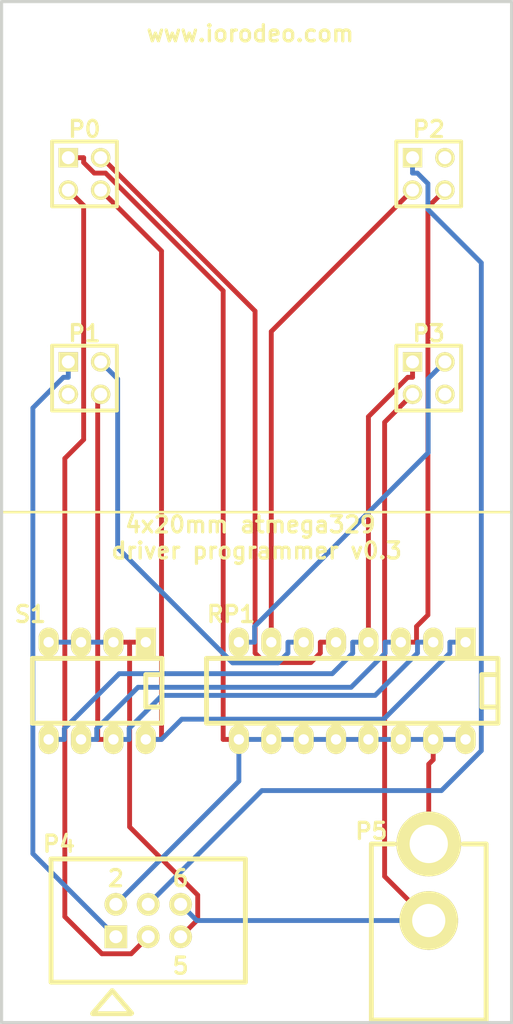
<source format=kicad_pcb>
(kicad_pcb (version 3) (host pcbnew "(2013-jul-07)-stable")

  (general
    (links 31)
    (no_connects 31)
    (area 49.874999 49.874999 90.125001 130.244321)
    (thickness 1.6)
    (drawings 7)
    (tracks 117)
    (zones 0)
    (modules 8)
    (nets 15)
  )

  (page A4)
  (layers
    (15 F.Cu signal)
    (0 B.Cu signal)
    (16 B.Adhes user)
    (17 F.Adhes user)
    (18 B.Paste user)
    (19 F.Paste user)
    (20 B.SilkS user)
    (21 F.SilkS user)
    (22 B.Mask user)
    (23 F.Mask user)
    (24 Dwgs.User user)
    (25 Cmts.User user)
    (26 Eco1.User user)
    (27 Eco2.User user)
    (28 Edge.Cuts user)
  )

  (setup
    (last_trace_width 0.381)
    (trace_clearance 0.254)
    (zone_clearance 0.508)
    (zone_45_only no)
    (trace_min 0.254)
    (segment_width 0.2)
    (edge_width 0.25)
    (via_size 0.889)
    (via_drill 0.635)
    (via_min_size 0.889)
    (via_min_drill 0.508)
    (uvia_size 0.508)
    (uvia_drill 0.127)
    (uvias_allowed no)
    (uvia_min_size 0.508)
    (uvia_min_drill 0.127)
    (pcb_text_width 0.3)
    (pcb_text_size 1.5 1.5)
    (mod_edge_width 0.15)
    (mod_text_size 1 1)
    (mod_text_width 0.15)
    (pad_size 1.5 1.5)
    (pad_drill 0.6)
    (pad_to_mask_clearance 0)
    (aux_axis_origin 0 0)
    (visible_elements FFFFFF7F)
    (pcbplotparams
      (layerselection 284196865)
      (usegerberextensions true)
      (excludeedgelayer true)
      (linewidth 0.150000)
      (plotframeref false)
      (viasonmask false)
      (mode 1)
      (useauxorigin false)
      (hpglpennumber 1)
      (hpglpenspeed 20)
      (hpglpendiameter 15)
      (hpglpenoverlay 2)
      (psnegative false)
      (psa4output false)
      (plotreference true)
      (plotvalue true)
      (plotothertext true)
      (plotinvisibletext false)
      (padsonsilk false)
      (subtractmaskfromsilk false)
      (outputformat 1)
      (mirror false)
      (drillshape 0)
      (scaleselection 1)
      (outputdirectory gerber_v0p3/))
  )

  (net 0 "")
  (net 1 +5V)
  (net 2 /CS0)
  (net 3 /CS1)
  (net 4 /CS2)
  (net 5 /CS3)
  (net 6 /MISO)
  (net 7 /MOSI)
  (net 8 /RESET)
  (net 9 /RESET_DRV0)
  (net 10 /RESET_DRV1)
  (net 11 /RESET_DRV2)
  (net 12 /RESET_DRV3)
  (net 13 /SCK)
  (net 14 GND)

  (net_class Default "This is the default net class."
    (clearance 0.254)
    (trace_width 0.381)
    (via_dia 0.889)
    (via_drill 0.635)
    (uvia_dia 0.508)
    (uvia_drill 0.127)
    (add_net "")
    (add_net +5V)
    (add_net /CS0)
    (add_net /CS1)
    (add_net /CS2)
    (add_net /CS3)
    (add_net /MISO)
    (add_net /MOSI)
    (add_net /RESET)
    (add_net /RESET_DRV0)
    (add_net /RESET_DRV1)
    (add_net /RESET_DRV2)
    (add_net /RESET_DRV3)
    (add_net /SCK)
    (add_net GND)
  )

  (module PIN_ARRAY_2X2 (layer F.Cu) (tedit 53C6BDA0) (tstamp 53C6B04B)
    (at 56.5 63.5 270)
    (descr "Double rangee de contacts 2 x 2 pins")
    (tags CONN)
    (path /53C5CAE7)
    (fp_text reference P0 (at -3.5 0 360) (layer F.SilkS)
      (effects (font (size 1.27 1.27) (thickness 0.254)))
    )
    (fp_text value CONN_2X2 (at 0 3.048 270) (layer F.SilkS) hide
      (effects (font (size 1.016 1.016) (thickness 0.2032)))
    )
    (fp_line (start -2.54 -2.54) (end 2.54 -2.54) (layer F.SilkS) (width 0.3048))
    (fp_line (start 2.54 -2.54) (end 2.54 2.54) (layer F.SilkS) (width 0.3048))
    (fp_line (start 2.54 2.54) (end -2.54 2.54) (layer F.SilkS) (width 0.3048))
    (fp_line (start -2.54 2.54) (end -2.54 -2.54) (layer F.SilkS) (width 0.3048))
    (pad 1 thru_hole rect (at -1.27 1.27 270) (size 1.524 1.524) (drill 1.016)
      (layers *.Cu *.Mask F.SilkS)
      (net 1 +5V)
    )
    (pad 2 thru_hole circle (at -1.27 -1.27 270) (size 1.524 1.524) (drill 1.016)
      (layers *.Cu *.Mask F.SilkS)
      (net 2 /CS0)
    )
    (pad 3 thru_hole circle (at 1.27 1.27 270) (size 1.524 1.524) (drill 1.016)
      (layers *.Cu *.Mask F.SilkS)
      (net 13 /SCK)
    )
    (pad 4 thru_hole circle (at 1.27 -1.27 270) (size 1.524 1.524) (drill 1.016)
      (layers *.Cu *.Mask F.SilkS)
      (net 9 /RESET_DRV0)
    )
    (model pin_array/pins_array_2x2.wrl
      (at (xyz 0 0 0))
      (scale (xyz 1 1 1))
      (rotate (xyz 0 0 0))
    )
  )

  (module PIN_ARRAY_2X2 (layer F.Cu) (tedit 53C6BDB4) (tstamp 53C6B057)
    (at 56.5 79.5 270)
    (descr "Double rangee de contacts 2 x 2 pins")
    (tags CONN)
    (path /53C5CB05)
    (fp_text reference P1 (at -3.5 0 540) (layer F.SilkS)
      (effects (font (size 1.27 1.27) (thickness 0.254)))
    )
    (fp_text value CONN_2X2 (at 0 3.048 270) (layer F.SilkS) hide
      (effects (font (size 1.016 1.016) (thickness 0.2032)))
    )
    (fp_line (start -2.54 -2.54) (end 2.54 -2.54) (layer F.SilkS) (width 0.3048))
    (fp_line (start 2.54 -2.54) (end 2.54 2.54) (layer F.SilkS) (width 0.3048))
    (fp_line (start 2.54 2.54) (end -2.54 2.54) (layer F.SilkS) (width 0.3048))
    (fp_line (start -2.54 2.54) (end -2.54 -2.54) (layer F.SilkS) (width 0.3048))
    (pad 1 thru_hole rect (at -1.27 1.27 270) (size 1.524 1.524) (drill 1.016)
      (layers *.Cu *.Mask F.SilkS)
      (net 6 /MISO)
    )
    (pad 2 thru_hole circle (at -1.27 -1.27 270) (size 1.524 1.524) (drill 1.016)
      (layers *.Cu *.Mask F.SilkS)
      (net 3 /CS1)
    )
    (pad 3 thru_hole circle (at 1.27 1.27 270) (size 1.524 1.524) (drill 1.016)
      (layers *.Cu *.Mask F.SilkS)
    )
    (pad 4 thru_hole circle (at 1.27 -1.27 270) (size 1.524 1.524) (drill 1.016)
      (layers *.Cu *.Mask F.SilkS)
      (net 10 /RESET_DRV1)
    )
    (model pin_array/pins_array_2x2.wrl
      (at (xyz 0 0 0))
      (scale (xyz 1 1 1))
      (rotate (xyz 0 0 0))
    )
  )

  (module PIN_ARRAY_2X2 (layer F.Cu) (tedit 53C6BD9C) (tstamp 53C6B063)
    (at 83.5 63.5 270)
    (descr "Double rangee de contacts 2 x 2 pins")
    (tags CONN)
    (path /53C5CAF6)
    (fp_text reference P2 (at -3.5 0 540) (layer F.SilkS)
      (effects (font (size 1.27 1.27) (thickness 0.254)))
    )
    (fp_text value CONN_2X2 (at 0 3.048 270) (layer F.SilkS) hide
      (effects (font (size 1.016 1.016) (thickness 0.2032)))
    )
    (fp_line (start -2.54 -2.54) (end 2.54 -2.54) (layer F.SilkS) (width 0.3048))
    (fp_line (start 2.54 -2.54) (end 2.54 2.54) (layer F.SilkS) (width 0.3048))
    (fp_line (start 2.54 2.54) (end -2.54 2.54) (layer F.SilkS) (width 0.3048))
    (fp_line (start -2.54 2.54) (end -2.54 -2.54) (layer F.SilkS) (width 0.3048))
    (pad 1 thru_hole rect (at -1.27 1.27 270) (size 1.524 1.524) (drill 1.016)
      (layers *.Cu *.Mask F.SilkS)
      (net 7 /MOSI)
    )
    (pad 2 thru_hole circle (at -1.27 -1.27 270) (size 1.524 1.524) (drill 1.016)
      (layers *.Cu *.Mask F.SilkS)
    )
    (pad 3 thru_hole circle (at 1.27 1.27 270) (size 1.524 1.524) (drill 1.016)
      (layers *.Cu *.Mask F.SilkS)
      (net 4 /CS2)
    )
    (pad 4 thru_hole circle (at 1.27 -1.27 270) (size 1.524 1.524) (drill 1.016)
      (layers *.Cu *.Mask F.SilkS)
      (net 11 /RESET_DRV2)
    )
    (model pin_array/pins_array_2x2.wrl
      (at (xyz 0 0 0))
      (scale (xyz 1 1 1))
      (rotate (xyz 0 0 0))
    )
  )

  (module PIN_ARRAY_2X2 (layer F.Cu) (tedit 53C6BDCA) (tstamp 53C6B06F)
    (at 83.5 79.5 270)
    (descr "Double rangee de contacts 2 x 2 pins")
    (tags CONN)
    (path /53C5CB14)
    (fp_text reference P3 (at -3.5 0 360) (layer F.SilkS)
      (effects (font (size 1.27 1.27) (thickness 0.254)))
    )
    (fp_text value CONN_2X2 (at 0 3.048 270) (layer F.SilkS) hide
      (effects (font (size 1.016 1.016) (thickness 0.2032)))
    )
    (fp_line (start -2.54 -2.54) (end 2.54 -2.54) (layer F.SilkS) (width 0.3048))
    (fp_line (start 2.54 -2.54) (end 2.54 2.54) (layer F.SilkS) (width 0.3048))
    (fp_line (start 2.54 2.54) (end -2.54 2.54) (layer F.SilkS) (width 0.3048))
    (fp_line (start -2.54 2.54) (end -2.54 -2.54) (layer F.SilkS) (width 0.3048))
    (pad 1 thru_hole rect (at -1.27 1.27 270) (size 1.524 1.524) (drill 1.016)
      (layers *.Cu *.Mask F.SilkS)
      (net 12 /RESET_DRV3)
    )
    (pad 2 thru_hole circle (at -1.27 -1.27 270) (size 1.524 1.524) (drill 1.016)
      (layers *.Cu *.Mask F.SilkS)
      (net 5 /CS3)
    )
    (pad 3 thru_hole circle (at 1.27 1.27 270) (size 1.524 1.524) (drill 1.016)
      (layers *.Cu *.Mask F.SilkS)
      (net 14 GND)
    )
    (pad 4 thru_hole circle (at 1.27 -1.27 270) (size 1.524 1.524) (drill 1.016)
      (layers *.Cu *.Mask F.SilkS)
    )
    (model pin_array/pins_array_2x2.wrl
      (at (xyz 0 0 0))
      (scale (xyz 1 1 1))
      (rotate (xyz 0 0 0))
    )
  )

  (module 3X2_SHRD_HEADER (layer F.Cu) (tedit 53C6BDDD) (tstamp 53C6B083)
    (at 61.5 122)
    (path /53C5CE0B)
    (fp_text reference P4 (at -7 -6) (layer F.SilkS)
      (effects (font (size 1.27 1.27) (thickness 0.254)))
    )
    (fp_text value CONN_3X2 (at 5.19938 6.2992) (layer F.SilkS) hide
      (effects (font (size 1.524 1.524) (thickness 0.3048)))
    )
    (fp_text user 5 (at 2.54 3.556) (layer F.SilkS)
      (effects (font (size 1.27 1.27) (thickness 0.254)))
    )
    (fp_text user 6 (at 2.54 -3.302) (layer F.SilkS)
      (effects (font (size 1.27 1.27) (thickness 0.254)))
    )
    (fp_line (start -7.62 4.826) (end 7.62 4.826) (layer F.SilkS) (width 0.381))
    (fp_line (start -7.62 -4.826) (end 7.62 -4.826) (layer F.SilkS) (width 0.381))
    (fp_line (start 7.62 -4.826) (end 7.62 4.826) (layer F.SilkS) (width 0.381))
    (fp_line (start -7.62 4.826) (end -7.62 -4.826) (layer F.SilkS) (width 0.381))
    (fp_line (start -4.36118 7.29996) (end -1.3589 7.29996) (layer F.SilkS) (width 0.381))
    (fp_text user 2 (at -2.54 -3.302) (layer F.SilkS)
      (effects (font (size 1.27 1.27) (thickness 0.254)))
    )
    (fp_line (start -2.82448 5.48894) (end -4.34848 7.26694) (layer F.SilkS) (width 0.381))
    (fp_line (start -1.30048 7.2644) (end -2.82448 5.4864) (layer F.SilkS) (width 0.381))
    (pad 1 thru_hole rect (at -2.54 1.27) (size 1.778 1.778) (drill 1.016)
      (layers *.Cu *.Mask F.SilkS)
      (net 6 /MISO)
    )
    (pad 2 thru_hole circle (at -2.54 -1.27) (size 1.778 1.778) (drill 1.016)
      (layers *.Cu *.Mask F.SilkS)
      (net 1 +5V)
    )
    (pad 3 thru_hole circle (at 0 1.27) (size 1.778 1.778) (drill 1.016)
      (layers *.Cu *.Mask F.SilkS)
      (net 13 /SCK)
    )
    (pad 4 thru_hole circle (at 0 -1.27) (size 1.778 1.778) (drill 1.016)
      (layers *.Cu *.Mask F.SilkS)
      (net 7 /MOSI)
    )
    (pad 5 thru_hole circle (at 2.54 1.27) (size 1.778 1.778) (drill 1.016)
      (layers *.Cu *.Mask F.SilkS)
      (net 8 /RESET)
    )
    (pad 6 thru_hole circle (at 2.54 -1.27) (size 1.778 1.778) (drill 1.016)
      (layers *.Cu *.Mask F.SilkS)
      (net 14 GND)
    )
  )

  (module DCJACK_2PIN (layer F.Cu) (tedit 53C6BDD9) (tstamp 53C6B08F)
    (at 83.5 116 270)
    (path /53C5CBA3)
    (fp_text reference P5 (at -1 4.5 540) (layer F.SilkS)
      (effects (font (size 1.27 1.27) (thickness 0.254)))
    )
    (fp_text value CONN_2 (at 7.8994 6.79958 270) (layer F.SilkS) hide
      (effects (font (size 1.524 1.524) (thickness 0.3048)))
    )
    (fp_line (start 0 -2.70002) (end 0 -4.50088) (layer F.SilkS) (width 0.381))
    (fp_line (start 0 -4.50088) (end 13.79982 -4.50088) (layer F.SilkS) (width 0.381))
    (fp_line (start 13.79982 -4.50088) (end 13.79982 4.39928) (layer F.SilkS) (width 0.381))
    (fp_line (start 13.79982 4.39928) (end 13.79982 4.50088) (layer F.SilkS) (width 0.381))
    (fp_line (start 13.79982 4.50088) (end 0 4.50088) (layer F.SilkS) (width 0.381))
    (fp_line (start 0 4.50088) (end 0 2.70002) (layer F.SilkS) (width 0.381))
    (pad 1 thru_hole circle (at 0 0 270) (size 5.08 5.08) (drill 2.99974)
      (layers *.Cu *.Mask F.SilkS)
      (net 1 +5V)
    )
    (pad 2 thru_hole circle (at 5.99948 0 270) (size 4.59994 4.59994) (drill 2.60096)
      (layers *.Cu *.Mask F.SilkS)
      (net 14 GND)
    )
  )

  (module DIP-16__300_ELL (layer F.Cu) (tedit 53C6BDD1) (tstamp 53C6B333)
    (at 77.5 104 180)
    (descr "16 pins DIL package, elliptical pads")
    (tags DIL)
    (path /53C6B0EF)
    (fp_text reference RP1 (at 9.5 6 180) (layer F.SilkS)
      (effects (font (size 1.27 1.27) (thickness 0.254)))
    )
    (fp_text value R_PACK8 (at 1.27 1.27 180) (layer F.SilkS) hide
      (effects (font (size 1.524 1.143) (thickness 0.28575)))
    )
    (fp_line (start -11.43 -1.27) (end -11.43 -1.27) (layer F.SilkS) (width 0.381))
    (fp_line (start -11.43 -1.27) (end -10.16 -1.27) (layer F.SilkS) (width 0.381))
    (fp_line (start -10.16 -1.27) (end -10.16 1.27) (layer F.SilkS) (width 0.381))
    (fp_line (start -10.16 1.27) (end -11.43 1.27) (layer F.SilkS) (width 0.381))
    (fp_line (start -11.43 -2.54) (end 11.43 -2.54) (layer F.SilkS) (width 0.381))
    (fp_line (start 11.43 -2.54) (end 11.43 2.54) (layer F.SilkS) (width 0.381))
    (fp_line (start 11.43 2.54) (end -11.43 2.54) (layer F.SilkS) (width 0.381))
    (fp_line (start -11.43 2.54) (end -11.43 -2.54) (layer F.SilkS) (width 0.381))
    (pad 1 thru_hole rect (at -8.89 3.81 180) (size 1.5748 2.286) (drill 0.8128)
      (layers *.Cu *.Mask F.SilkS)
      (net 9 /RESET_DRV0)
    )
    (pad 2 thru_hole oval (at -6.35 3.81 180) (size 1.5748 2.286) (drill 0.8128)
      (layers *.Cu *.Mask F.SilkS)
      (net 10 /RESET_DRV1)
    )
    (pad 3 thru_hole oval (at -3.81 3.81 180) (size 1.5748 2.286) (drill 0.8128)
      (layers *.Cu *.Mask F.SilkS)
      (net 11 /RESET_DRV2)
    )
    (pad 4 thru_hole oval (at -1.27 3.81 180) (size 1.5748 2.286) (drill 0.8128)
      (layers *.Cu *.Mask F.SilkS)
      (net 12 /RESET_DRV3)
    )
    (pad 5 thru_hole oval (at 1.27 3.81 180) (size 1.5748 2.286) (drill 0.8128)
      (layers *.Cu *.Mask F.SilkS)
      (net 2 /CS0)
    )
    (pad 6 thru_hole oval (at 3.81 3.81 180) (size 1.5748 2.286) (drill 0.8128)
      (layers *.Cu *.Mask F.SilkS)
      (net 3 /CS1)
    )
    (pad 7 thru_hole oval (at 6.35 3.81 180) (size 1.5748 2.286) (drill 0.8128)
      (layers *.Cu *.Mask F.SilkS)
      (net 4 /CS2)
    )
    (pad 8 thru_hole oval (at 8.89 3.81 180) (size 1.5748 2.286) (drill 0.8128)
      (layers *.Cu *.Mask F.SilkS)
      (net 5 /CS3)
    )
    (pad 9 thru_hole oval (at 8.89 -3.81 180) (size 1.5748 2.286) (drill 0.8128)
      (layers *.Cu *.Mask F.SilkS)
      (net 1 +5V)
    )
    (pad 10 thru_hole oval (at 6.35 -3.81 180) (size 1.5748 2.286) (drill 0.8128)
      (layers *.Cu *.Mask F.SilkS)
      (net 1 +5V)
    )
    (pad 11 thru_hole oval (at 3.81 -3.81 180) (size 1.5748 2.286) (drill 0.8128)
      (layers *.Cu *.Mask F.SilkS)
      (net 1 +5V)
    )
    (pad 12 thru_hole oval (at 1.27 -3.81 180) (size 1.5748 2.286) (drill 0.8128)
      (layers *.Cu *.Mask F.SilkS)
      (net 1 +5V)
    )
    (pad 13 thru_hole oval (at -1.27 -3.81 180) (size 1.5748 2.286) (drill 0.8128)
      (layers *.Cu *.Mask F.SilkS)
      (net 1 +5V)
    )
    (pad 14 thru_hole oval (at -3.81 -3.81 180) (size 1.5748 2.286) (drill 0.8128)
      (layers *.Cu *.Mask F.SilkS)
      (net 1 +5V)
    )
    (pad 15 thru_hole oval (at -6.35 -3.81 180) (size 1.5748 2.286) (drill 0.8128)
      (layers *.Cu *.Mask F.SilkS)
      (net 1 +5V)
    )
    (pad 16 thru_hole oval (at -8.89 -3.81 180) (size 1.5748 2.286) (drill 0.8128)
      (layers *.Cu *.Mask F.SilkS)
      (net 1 +5V)
    )
    (model dil/dil_16.wrl
      (at (xyz 0 0 0))
      (scale (xyz 1 1 1))
      (rotate (xyz 0 0 0))
    )
  )

  (module DIP-8__300_ELL (layer F.Cu) (tedit 53E16042) (tstamp 53E1607C)
    (at 57.5 104 180)
    (descr "8 pins DIL package, elliptical pads")
    (tags DIL)
    (path /53C5F128)
    (fp_text reference S1 (at 5.25 6 180) (layer F.SilkS)
      (effects (font (size 1.27 1.27) (thickness 0.254)))
    )
    (fp_text value DIP_SWITCH_4 (at 0 0 180) (layer F.SilkS) hide
      (effects (font (size 1.778 1.016) (thickness 0.254)))
    )
    (fp_line (start -5.08 -1.27) (end -3.81 -1.27) (layer F.SilkS) (width 0.381))
    (fp_line (start -3.81 -1.27) (end -3.81 1.27) (layer F.SilkS) (width 0.381))
    (fp_line (start -3.81 1.27) (end -5.08 1.27) (layer F.SilkS) (width 0.381))
    (fp_line (start -5.08 -2.54) (end 5.08 -2.54) (layer F.SilkS) (width 0.381))
    (fp_line (start 5.08 -2.54) (end 5.08 2.54) (layer F.SilkS) (width 0.381))
    (fp_line (start 5.08 2.54) (end -5.08 2.54) (layer F.SilkS) (width 0.381))
    (fp_line (start -5.08 2.54) (end -5.08 -2.54) (layer F.SilkS) (width 0.381))
    (pad 1 thru_hole rect (at -3.81 3.81 180) (size 1.5748 2.286) (drill 0.8128)
      (layers *.Cu *.Mask F.SilkS)
      (net 8 /RESET)
    )
    (pad 2 thru_hole oval (at -1.27 3.81 180) (size 1.5748 2.286) (drill 0.8128)
      (layers *.Cu *.Mask F.SilkS)
      (net 8 /RESET)
    )
    (pad 3 thru_hole oval (at 1.27 3.81 180) (size 1.5748 2.286) (drill 0.8128)
      (layers *.Cu *.Mask F.SilkS)
      (net 8 /RESET)
    )
    (pad 4 thru_hole oval (at 3.81 3.81 180) (size 1.5748 2.286) (drill 0.8128)
      (layers *.Cu *.Mask F.SilkS)
      (net 8 /RESET)
    )
    (pad 5 thru_hole oval (at 3.81 -3.81 180) (size 1.5748 2.286) (drill 0.8128)
      (layers *.Cu *.Mask F.SilkS)
      (net 12 /RESET_DRV3)
    )
    (pad 6 thru_hole oval (at 1.27 -3.81 180) (size 1.5748 2.286) (drill 0.8128)
      (layers *.Cu *.Mask F.SilkS)
      (net 11 /RESET_DRV2)
    )
    (pad 7 thru_hole oval (at -1.27 -3.81 180) (size 1.5748 2.286) (drill 0.8128)
      (layers *.Cu *.Mask F.SilkS)
      (net 10 /RESET_DRV1)
    )
    (pad 8 thru_hole oval (at -3.81 -3.81 180) (size 1.5748 2.286) (drill 0.8128)
      (layers *.Cu *.Mask F.SilkS)
      (net 9 /RESET_DRV0)
    )
    (model dil/dil_8.wrl
      (at (xyz 0 0 0))
      (scale (xyz 1 1 1))
      (rotate (xyz 0 0 0))
    )
  )

  (gr_text www.iorodeo.com (at 69.5 52.5) (layer F.SilkS)
    (effects (font (size 1.27 1.27) (thickness 0.254)))
  )
  (gr_text "4x20mm atmega329 \ndriver programmer v0.3" (at 70 92) (layer F.SilkS)
    (effects (font (size 1.27 1.27) (thickness 0.254)))
  )
  (gr_line (start 50 90) (end 90 90) (angle 90) (layer F.SilkS) (width 0.2))
  (gr_line (start 50 130) (end 90 130) (angle 90) (layer Edge.Cuts) (width 0.25))
  (gr_line (start 90 50) (end 90 130) (angle 90) (layer Edge.Cuts) (width 0.25))
  (gr_line (start 50 50) (end 90 50) (angle 90) (layer Edge.Cuts) (width 0.25))
  (gr_line (start 50 50) (end 50 130) (angle 90) (layer Edge.Cuts) (width 0.25))

  (segment (start 86.39 107.81) (end 83.85 107.81) (width 0.381) (layer B.Cu) (net 1))
  (segment (start 83.85 107.81) (end 81.31 107.81) (width 0.381) (layer B.Cu) (net 1))
  (segment (start 81.31 107.81) (end 78.77 107.81) (width 0.381) (layer B.Cu) (net 1))
  (segment (start 78.77 107.81) (end 76.23 107.81) (width 0.381) (layer B.Cu) (net 1))
  (segment (start 76.23 107.81) (end 73.69 107.81) (width 0.381) (layer B.Cu) (net 1))
  (segment (start 73.69 107.81) (end 71.15 107.81) (width 0.381) (layer B.Cu) (net 1))
  (segment (start 83.5 109.7478) (end 83.5 116) (width 0.381) (layer F.Cu) (net 1))
  (segment (start 83.85 109.3978) (end 83.5 109.7478) (width 0.381) (layer F.Cu) (net 1))
  (segment (start 83.85 107.81) (end 83.85 109.3978) (width 0.381) (layer F.Cu) (net 1))
  (segment (start 71.15 107.81) (end 68.61 107.81) (width 0.381) (layer B.Cu) (net 1))
  (segment (start 68.61 111.08) (end 58.96 120.73) (width 0.381) (layer B.Cu) (net 1))
  (segment (start 68.61 107.81) (end 68.61 111.08) (width 0.381) (layer B.Cu) (net 1))
  (segment (start 68.61 107.81) (end 67.3778 107.81) (width 0.381) (layer F.Cu) (net 1))
  (segment (start 55.23 62.23) (end 56.4368 62.23) (width 0.381) (layer F.Cu) (net 1))
  (segment (start 67.3778 72.6568) (end 67.3778 107.81) (width 0.381) (layer F.Cu) (net 1))
  (segment (start 58.1578 63.4368) (end 67.3778 72.6568) (width 0.381) (layer F.Cu) (net 1))
  (segment (start 57.2664 63.4368) (end 58.1578 63.4368) (width 0.381) (layer F.Cu) (net 1))
  (segment (start 56.4368 62.6072) (end 57.2664 63.4368) (width 0.381) (layer F.Cu) (net 1))
  (segment (start 56.4368 62.23) (end 56.4368 62.6072) (width 0.381) (layer F.Cu) (net 1))
  (segment (start 57.8596 62.23) (end 57.77 62.23) (width 0.381) (layer F.Cu) (net 2))
  (segment (start 69.88 74.2504) (end 57.8596 62.23) (width 0.381) (layer F.Cu) (net 2))
  (segment (start 69.88 101.0397) (end 69.88 74.2504) (width 0.381) (layer F.Cu) (net 2))
  (segment (start 70.6277 101.7874) (end 69.88 101.0397) (width 0.381) (layer F.Cu) (net 2))
  (segment (start 74.2475 101.7874) (end 70.6277 101.7874) (width 0.381) (layer F.Cu) (net 2))
  (segment (start 74.9978 101.0371) (end 74.2475 101.7874) (width 0.381) (layer F.Cu) (net 2))
  (segment (start 74.9978 100.19) (end 74.9978 101.0371) (width 0.381) (layer F.Cu) (net 2))
  (segment (start 76.23 100.19) (end 74.9978 100.19) (width 0.381) (layer F.Cu) (net 2))
  (segment (start 59.1031 79.5631) (end 57.77 78.23) (width 0.381) (layer B.Cu) (net 3))
  (segment (start 59.1031 92.7968) (end 59.1031 79.5631) (width 0.381) (layer B.Cu) (net 3))
  (segment (start 68.1182 101.8119) (end 59.1031 92.7968) (width 0.381) (layer B.Cu) (net 3))
  (segment (start 71.683 101.8119) (end 68.1182 101.8119) (width 0.381) (layer B.Cu) (net 3))
  (segment (start 72.4578 101.0371) (end 71.683 101.8119) (width 0.381) (layer B.Cu) (net 3))
  (segment (start 72.4578 100.19) (end 72.4578 101.0371) (width 0.381) (layer B.Cu) (net 3))
  (segment (start 73.69 100.19) (end 72.4578 100.19) (width 0.381) (layer B.Cu) (net 3))
  (segment (start 71.15 75.85) (end 82.23 64.77) (width 0.381) (layer F.Cu) (net 4))
  (segment (start 71.15 100.19) (end 71.15 75.85) (width 0.381) (layer F.Cu) (net 4))
  (segment (start 68.61 100.19) (end 69.8422 100.19) (width 0.381) (layer B.Cu) (net 5))
  (segment (start 69.8422 98.9578) (end 69.8422 100.19) (width 0.381) (layer B.Cu) (net 5))
  (segment (start 83.4574 85.3426) (end 69.8422 98.9578) (width 0.381) (layer B.Cu) (net 5))
  (segment (start 83.4574 79.5426) (end 83.4574 85.3426) (width 0.381) (layer B.Cu) (net 5))
  (segment (start 84.77 78.23) (end 83.4574 79.5426) (width 0.381) (layer B.Cu) (net 5))
  (segment (start 54.8529 79.4368) (end 55.23 79.4368) (width 0.381) (layer B.Cu) (net 6))
  (segment (start 52.4535 81.8362) (end 54.8529 79.4368) (width 0.381) (layer B.Cu) (net 6))
  (segment (start 52.4535 116.7635) (end 52.4535 81.8362) (width 0.381) (layer B.Cu) (net 6))
  (segment (start 58.96 123.27) (end 52.4535 116.7635) (width 0.381) (layer B.Cu) (net 6))
  (segment (start 55.23 78.23) (end 55.23 79.4368) (width 0.381) (layer B.Cu) (net 6))
  (segment (start 82.6072 63.4368) (end 82.23 63.4368) (width 0.381) (layer B.Cu) (net 7))
  (segment (start 83.4368 64.2664) (end 82.6072 63.4368) (width 0.381) (layer B.Cu) (net 7))
  (segment (start 83.4368 66.2819) (end 83.4368 64.2664) (width 0.381) (layer B.Cu) (net 7))
  (segment (start 87.6223 70.4674) (end 83.4368 66.2819) (width 0.381) (layer B.Cu) (net 7))
  (segment (start 87.6223 108.6934) (end 87.6223 70.4674) (width 0.381) (layer B.Cu) (net 7))
  (segment (start 84.4988 111.8169) (end 87.6223 108.6934) (width 0.381) (layer B.Cu) (net 7))
  (segment (start 70.4131 111.8169) (end 84.4988 111.8169) (width 0.381) (layer B.Cu) (net 7))
  (segment (start 61.5 120.73) (end 70.4131 111.8169) (width 0.381) (layer B.Cu) (net 7))
  (segment (start 82.23 62.23) (end 82.23 63.4368) (width 0.381) (layer B.Cu) (net 7))
  (segment (start 53.69 100.19) (end 56.23 100.19) (width 0.381) (layer B.Cu) (net 8))
  (segment (start 56.23 100.19) (end 58.77 100.19) (width 0.381) (layer B.Cu) (net 8))
  (segment (start 58.77 100.19) (end 60.04 100.19) (width 0.381) (layer F.Cu) (net 8))
  (segment (start 60.04 100.19) (end 61.31 100.19) (width 0.381) (layer F.Cu) (net 8))
  (segment (start 65.3834 121.9266) (end 64.04 123.27) (width 0.381) (layer F.Cu) (net 8))
  (segment (start 65.3834 120.0059) (end 65.3834 121.9266) (width 0.381) (layer F.Cu) (net 8))
  (segment (start 60.04 114.6625) (end 65.3834 120.0059) (width 0.381) (layer F.Cu) (net 8))
  (segment (start 60.04 100.19) (end 60.04 114.6625) (width 0.381) (layer F.Cu) (net 8))
  (segment (start 62.5422 69.5422) (end 57.77 64.77) (width 0.381) (layer F.Cu) (net 9))
  (segment (start 62.5422 107.81) (end 62.5422 69.5422) (width 0.381) (layer F.Cu) (net 9))
  (segment (start 61.31 107.81) (end 62.5422 107.81) (width 0.381) (layer F.Cu) (net 9))
  (segment (start 85.1578 101.0371) (end 85.1578 100.19) (width 0.381) (layer B.Cu) (net 9))
  (segment (start 79.9728 106.2221) (end 85.1578 101.0371) (width 0.381) (layer B.Cu) (net 9))
  (segment (start 64.1301 106.2221) (end 79.9728 106.2221) (width 0.381) (layer B.Cu) (net 9))
  (segment (start 62.5422 107.81) (end 64.1301 106.2221) (width 0.381) (layer B.Cu) (net 9))
  (segment (start 61.31 107.81) (end 62.5422 107.81) (width 0.381) (layer B.Cu) (net 9))
  (segment (start 86.39 100.19) (end 85.1578 100.19) (width 0.381) (layer B.Cu) (net 9))
  (segment (start 57.5378 81.0022) (end 57.77 80.77) (width 0.381) (layer F.Cu) (net 10))
  (segment (start 57.5378 107.81) (end 57.5378 81.0022) (width 0.381) (layer F.Cu) (net 10))
  (segment (start 58.77 107.81) (end 57.5378 107.81) (width 0.381) (layer F.Cu) (net 10))
  (segment (start 83.85 100.19) (end 82.6178 100.19) (width 0.381) (layer B.Cu) (net 10))
  (segment (start 58.77 107.81) (end 60.0022 107.81) (width 0.381) (layer B.Cu) (net 10))
  (segment (start 82.6178 101.0371) (end 82.6178 100.19) (width 0.381) (layer B.Cu) (net 10))
  (segment (start 79.295 104.3599) (end 82.6178 101.0371) (width 0.381) (layer B.Cu) (net 10))
  (segment (start 62.5861 104.3599) (end 79.295 104.3599) (width 0.381) (layer B.Cu) (net 10))
  (segment (start 60.0022 106.9438) (end 62.5861 104.3599) (width 0.381) (layer B.Cu) (net 10))
  (segment (start 60.0022 107.81) (end 60.0022 106.9438) (width 0.381) (layer B.Cu) (net 10))
  (segment (start 56.23 107.81) (end 57.4622 107.81) (width 0.381) (layer B.Cu) (net 11))
  (segment (start 81.31 100.19) (end 80.0778 100.19) (width 0.381) (layer B.Cu) (net 11))
  (segment (start 83.4369 66.1031) (end 84.77 64.77) (width 0.381) (layer F.Cu) (net 11))
  (segment (start 83.4369 98.0631) (end 83.4369 66.1031) (width 0.381) (layer F.Cu) (net 11))
  (segment (start 82.5422 98.9578) (end 83.4369 98.0631) (width 0.381) (layer F.Cu) (net 11))
  (segment (start 82.5422 100.19) (end 82.5422 98.9578) (width 0.381) (layer F.Cu) (net 11))
  (segment (start 81.31 100.19) (end 82.5422 100.19) (width 0.381) (layer F.Cu) (net 11))
  (segment (start 80.0778 101.0562) (end 80.0778 100.19) (width 0.381) (layer B.Cu) (net 11))
  (segment (start 77.4094 103.7246) (end 80.0778 101.0562) (width 0.381) (layer B.Cu) (net 11))
  (segment (start 60.7005 103.7246) (end 77.4094 103.7246) (width 0.381) (layer B.Cu) (net 11))
  (segment (start 57.4622 106.9629) (end 60.7005 103.7246) (width 0.381) (layer B.Cu) (net 11))
  (segment (start 57.4622 107.81) (end 57.4622 106.9629) (width 0.381) (layer B.Cu) (net 11))
  (segment (start 81.8529 79.4368) (end 82.23 79.4368) (width 0.381) (layer F.Cu) (net 12))
  (segment (start 78.77 82.5197) (end 81.8529 79.4368) (width 0.381) (layer F.Cu) (net 12))
  (segment (start 78.77 100.19) (end 78.77 82.5197) (width 0.381) (layer F.Cu) (net 12))
  (segment (start 82.23 78.23) (end 82.23 79.4368) (width 0.381) (layer F.Cu) (net 12))
  (segment (start 77.5378 101.0562) (end 77.5378 100.19) (width 0.381) (layer B.Cu) (net 12))
  (segment (start 75.9358 102.6582) (end 77.5378 101.0562) (width 0.381) (layer B.Cu) (net 12))
  (segment (start 59.2269 102.6582) (end 75.9358 102.6582) (width 0.381) (layer B.Cu) (net 12))
  (segment (start 54.9222 106.9629) (end 59.2269 102.6582) (width 0.381) (layer B.Cu) (net 12))
  (segment (start 54.9222 107.81) (end 54.9222 106.9629) (width 0.381) (layer B.Cu) (net 12))
  (segment (start 53.69 107.81) (end 54.9222 107.81) (width 0.381) (layer B.Cu) (net 12))
  (segment (start 78.77 100.19) (end 77.5378 100.19) (width 0.381) (layer B.Cu) (net 12))
  (segment (start 56.4369 65.9769) (end 55.23 64.77) (width 0.381) (layer F.Cu) (net 13))
  (segment (start 56.4369 84.3138) (end 56.4369 65.9769) (width 0.381) (layer F.Cu) (net 13))
  (segment (start 54.96 85.7907) (end 56.4369 84.3138) (width 0.381) (layer F.Cu) (net 13))
  (segment (start 54.96 121.6997) (end 54.96 85.7907) (width 0.381) (layer F.Cu) (net 13))
  (segment (start 57.8642 124.6039) (end 54.96 121.6997) (width 0.381) (layer F.Cu) (net 13))
  (segment (start 60.1661 124.6039) (end 57.8642 124.6039) (width 0.381) (layer F.Cu) (net 13))
  (segment (start 61.5 123.27) (end 60.1661 124.6039) (width 0.381) (layer F.Cu) (net 13))
  (segment (start 65.3095 121.9995) (end 64.04 120.73) (width 0.381) (layer B.Cu) (net 14))
  (segment (start 83.5 121.9995) (end 65.3095 121.9995) (width 0.381) (layer B.Cu) (net 14))
  (segment (start 80.04 82.96) (end 82.23 80.77) (width 0.381) (layer F.Cu) (net 14))
  (segment (start 80.04 118.5395) (end 80.04 82.96) (width 0.381) (layer F.Cu) (net 14))
  (segment (start 83.5 121.9995) (end 80.04 118.5395) (width 0.381) (layer F.Cu) (net 14))

)

</source>
